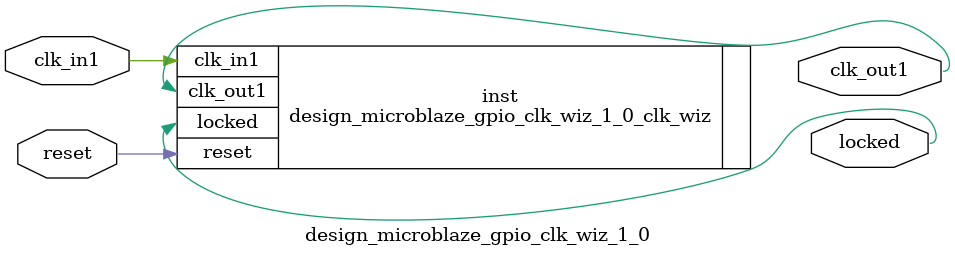
<source format=v>


`timescale 1ps/1ps

(* CORE_GENERATION_INFO = "design_microblaze_gpio_clk_wiz_1_0,clk_wiz_v6_0_5_0_0,{component_name=design_microblaze_gpio_clk_wiz_1_0,use_phase_alignment=true,use_min_o_jitter=false,use_max_i_jitter=false,use_dyn_phase_shift=false,use_inclk_switchover=false,use_dyn_reconfig=false,enable_axi=0,feedback_source=FDBK_AUTO,PRIMITIVE=MMCM,num_out_clk=1,clkin1_period=10.000,clkin2_period=10.000,use_power_down=false,use_reset=true,use_locked=true,use_inclk_stopped=false,feedback_type=SINGLE,CLOCK_MGR_TYPE=NA,manual_override=false}" *)

module design_microblaze_gpio_clk_wiz_1_0 
 (
  // Clock out ports
  output        clk_out1,
  // Status and control signals
  input         reset,
  output        locked,
 // Clock in ports
  input         clk_in1
 );

  design_microblaze_gpio_clk_wiz_1_0_clk_wiz inst
  (
  // Clock out ports  
  .clk_out1(clk_out1),
  // Status and control signals               
  .reset(reset), 
  .locked(locked),
 // Clock in ports
  .clk_in1(clk_in1)
  );

endmodule

</source>
